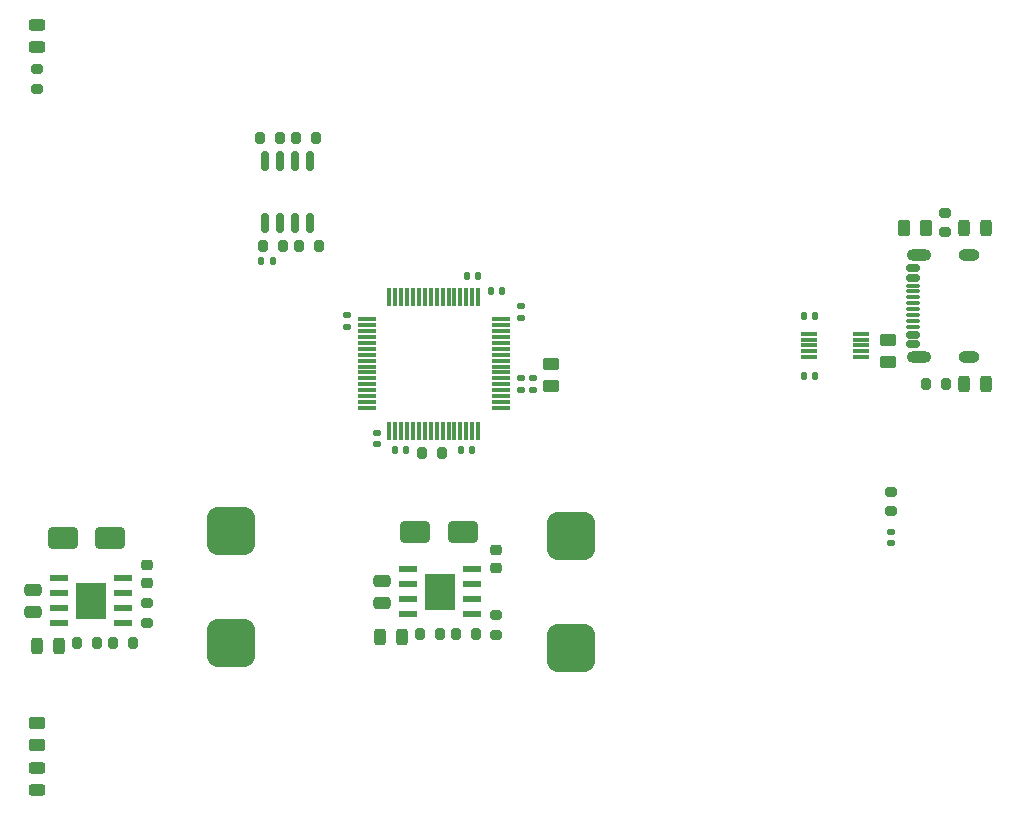
<source format=gbr>
%TF.GenerationSoftware,KiCad,Pcbnew,7.0.9*%
%TF.CreationDate,2025-01-29T15:25:45+09:00*%
%TF.ProjectId,01-MAIN,30312d4d-4149-44e2-9e6b-696361645f70,rev?*%
%TF.SameCoordinates,Original*%
%TF.FileFunction,Paste,Bot*%
%TF.FilePolarity,Positive*%
%FSLAX46Y46*%
G04 Gerber Fmt 4.6, Leading zero omitted, Abs format (unit mm)*
G04 Created by KiCad (PCBNEW 7.0.9) date 2025-01-29 15:25:45*
%MOMM*%
%LPD*%
G01*
G04 APERTURE LIST*
G04 Aperture macros list*
%AMRoundRect*
0 Rectangle with rounded corners*
0 $1 Rounding radius*
0 $2 $3 $4 $5 $6 $7 $8 $9 X,Y pos of 4 corners*
0 Add a 4 corners polygon primitive as box body*
4,1,4,$2,$3,$4,$5,$6,$7,$8,$9,$2,$3,0*
0 Add four circle primitives for the rounded corners*
1,1,$1+$1,$2,$3*
1,1,$1+$1,$4,$5*
1,1,$1+$1,$6,$7*
1,1,$1+$1,$8,$9*
0 Add four rect primitives between the rounded corners*
20,1,$1+$1,$2,$3,$4,$5,0*
20,1,$1+$1,$4,$5,$6,$7,0*
20,1,$1+$1,$6,$7,$8,$9,0*
20,1,$1+$1,$8,$9,$2,$3,0*%
G04 Aperture macros list end*
%ADD10RoundRect,0.243750X-0.456250X0.243750X-0.456250X-0.243750X0.456250X-0.243750X0.456250X0.243750X0*%
%ADD11RoundRect,0.140000X0.140000X0.170000X-0.140000X0.170000X-0.140000X-0.170000X0.140000X-0.170000X0*%
%ADD12R,1.550000X0.600000*%
%ADD13R,2.600000X3.100000*%
%ADD14RoundRect,0.140000X-0.170000X0.140000X-0.170000X-0.140000X0.170000X-0.140000X0.170000X0.140000X0*%
%ADD15RoundRect,0.243750X0.243750X0.456250X-0.243750X0.456250X-0.243750X-0.456250X0.243750X-0.456250X0*%
%ADD16RoundRect,0.225000X0.250000X-0.225000X0.250000X0.225000X-0.250000X0.225000X-0.250000X-0.225000X0*%
%ADD17RoundRect,0.243750X-0.243750X-0.456250X0.243750X-0.456250X0.243750X0.456250X-0.243750X0.456250X0*%
%ADD18RoundRect,0.250000X0.450000X-0.262500X0.450000X0.262500X-0.450000X0.262500X-0.450000X-0.262500X0*%
%ADD19R,1.400000X0.300000*%
%ADD20RoundRect,0.200000X-0.200000X-0.275000X0.200000X-0.275000X0.200000X0.275000X-0.200000X0.275000X0*%
%ADD21RoundRect,0.250000X0.262500X0.450000X-0.262500X0.450000X-0.262500X-0.450000X0.262500X-0.450000X0*%
%ADD22RoundRect,0.200000X0.275000X-0.200000X0.275000X0.200000X-0.275000X0.200000X-0.275000X-0.200000X0*%
%ADD23RoundRect,0.200000X-0.275000X0.200000X-0.275000X-0.200000X0.275000X-0.200000X0.275000X0.200000X0*%
%ADD24RoundRect,1.025000X1.025000X-1.025000X1.025000X1.025000X-1.025000X1.025000X-1.025000X-1.025000X0*%
%ADD25O,1.800000X1.000000*%
%ADD26O,2.100000X1.000000*%
%ADD27RoundRect,0.150000X-0.425000X0.150000X-0.425000X-0.150000X0.425000X-0.150000X0.425000X0.150000X0*%
%ADD28RoundRect,0.075000X-0.500000X0.075000X-0.500000X-0.075000X0.500000X-0.075000X0.500000X0.075000X0*%
%ADD29RoundRect,0.200000X0.200000X0.275000X-0.200000X0.275000X-0.200000X-0.275000X0.200000X-0.275000X0*%
%ADD30RoundRect,0.075000X0.700000X0.075000X-0.700000X0.075000X-0.700000X-0.075000X0.700000X-0.075000X0*%
%ADD31RoundRect,0.075000X0.075000X0.700000X-0.075000X0.700000X-0.075000X-0.700000X0.075000X-0.700000X0*%
%ADD32RoundRect,0.140000X-0.140000X-0.170000X0.140000X-0.170000X0.140000X0.170000X-0.140000X0.170000X0*%
%ADD33RoundRect,0.250000X-0.475000X0.250000X-0.475000X-0.250000X0.475000X-0.250000X0.475000X0.250000X0*%
%ADD34RoundRect,0.150000X-0.150000X0.675000X-0.150000X-0.675000X0.150000X-0.675000X0.150000X0.675000X0*%
%ADD35RoundRect,0.250000X-0.450000X0.262500X-0.450000X-0.262500X0.450000X-0.262500X0.450000X0.262500X0*%
%ADD36RoundRect,0.140000X0.170000X-0.140000X0.170000X0.140000X-0.170000X0.140000X-0.170000X-0.140000X0*%
%ADD37RoundRect,0.250000X-1.000000X-0.650000X1.000000X-0.650000X1.000000X0.650000X-1.000000X0.650000X0*%
%ADD38RoundRect,0.243750X0.456250X-0.243750X0.456250X0.243750X-0.456250X0.243750X-0.456250X-0.243750X0*%
G04 APERTURE END LIST*
D10*
%TO.C,D2*%
X118745000Y-127967500D03*
X118745000Y-129842500D03*
%TD*%
D11*
%TO.C,C12*%
X184601000Y-89688000D03*
X183641000Y-89688000D03*
%TD*%
D12*
%TO.C,U8*%
X125982000Y-111928000D03*
X125982000Y-113198000D03*
X125982000Y-114468000D03*
X125982000Y-115738000D03*
X120582000Y-115738000D03*
X120582000Y-114468000D03*
X120582000Y-113198000D03*
X120582000Y-111928000D03*
D13*
X123282000Y-113833000D03*
%TD*%
D14*
%TO.C,C10*%
X159679000Y-95016000D03*
X159679000Y-95976000D03*
%TD*%
D15*
%TO.C,D7*%
X149636500Y-116916000D03*
X147761500Y-116916000D03*
%TD*%
D16*
%TO.C,C17*%
X128016000Y-112344000D03*
X128016000Y-110794000D03*
%TD*%
D17*
%TO.C,D4*%
X197211500Y-95486000D03*
X199086500Y-95486000D03*
%TD*%
D18*
%TO.C,R9*%
X190754000Y-93622500D03*
X190754000Y-91797500D03*
%TD*%
D19*
%TO.C,U6*%
X188468000Y-91218000D03*
X188468000Y-91718000D03*
X188468000Y-92218000D03*
X188468000Y-92718000D03*
X188468000Y-93218000D03*
X184068000Y-93218000D03*
X184068000Y-92718000D03*
X184068000Y-92218000D03*
X184068000Y-91718000D03*
X184068000Y-91218000D03*
%TD*%
D20*
%TO.C,R18*%
X122111000Y-117411000D03*
X123761000Y-117411000D03*
%TD*%
D12*
%TO.C,U7*%
X155555000Y-111179000D03*
X155555000Y-112449000D03*
X155555000Y-113719000D03*
X155555000Y-114989000D03*
X150155000Y-114989000D03*
X150155000Y-113719000D03*
X150155000Y-112449000D03*
X150155000Y-111179000D03*
D13*
X152855000Y-113084000D03*
%TD*%
D21*
%TO.C,R11*%
X193952500Y-82296000D03*
X192127500Y-82296000D03*
%TD*%
D22*
%TO.C,R7*%
X118745000Y-70485000D03*
X118745000Y-68835000D03*
%TD*%
D11*
%TO.C,C4*%
X155587000Y-101084000D03*
X154627000Y-101084000D03*
%TD*%
D20*
%TO.C,R17*%
X151176000Y-116662000D03*
X152826000Y-116662000D03*
%TD*%
D23*
%TO.C,R15*%
X128016000Y-114046000D03*
X128016000Y-115696000D03*
%TD*%
D20*
%TO.C,R1*%
X140653000Y-74676000D03*
X142303000Y-74676000D03*
%TD*%
%TO.C,R4*%
X137859000Y-83820000D03*
X139509000Y-83820000D03*
%TD*%
D24*
%TO.C,L2*%
X135128000Y-107911000D03*
X135128000Y-117411000D03*
%TD*%
D25*
%TO.C,J4*%
X197612000Y-84580000D03*
D26*
X193432000Y-84580000D03*
D25*
X197612000Y-93220000D03*
D26*
X193432000Y-93220000D03*
D27*
X192857000Y-85700000D03*
X192857000Y-86500000D03*
D28*
X192857000Y-87650000D03*
X192857000Y-88650000D03*
X192857000Y-89150000D03*
X192857000Y-90150000D03*
D27*
X192857000Y-91300000D03*
X192857000Y-92100000D03*
X192857000Y-92100000D03*
X192857000Y-91300000D03*
D28*
X192857000Y-90650000D03*
X192857000Y-89650000D03*
X192857000Y-88150000D03*
X192857000Y-87150000D03*
D27*
X192857000Y-86500000D03*
X192857000Y-85700000D03*
%TD*%
D29*
%TO.C,R3*%
X139255000Y-74676000D03*
X137605000Y-74676000D03*
%TD*%
D30*
%TO.C,U1*%
X157988000Y-90004000D03*
X157988000Y-90504000D03*
X157988000Y-91004000D03*
X157988000Y-91504000D03*
X157988000Y-92004000D03*
X157988000Y-92504000D03*
X157988000Y-93004000D03*
X157988000Y-93504000D03*
X157988000Y-94004000D03*
X157988000Y-94504000D03*
X157988000Y-95004000D03*
X157988000Y-95504000D03*
X157988000Y-96004000D03*
X157988000Y-96504000D03*
X157988000Y-97004000D03*
X157988000Y-97504000D03*
D31*
X156063000Y-99429000D03*
X155563000Y-99429000D03*
X155063000Y-99429000D03*
X154563000Y-99429000D03*
X154063000Y-99429000D03*
X153563000Y-99429000D03*
X153063000Y-99429000D03*
X152563000Y-99429000D03*
X152063000Y-99429000D03*
X151563000Y-99429000D03*
X151063000Y-99429000D03*
X150563000Y-99429000D03*
X150063000Y-99429000D03*
X149563000Y-99429000D03*
X149063000Y-99429000D03*
X148563000Y-99429000D03*
D30*
X146638000Y-97504000D03*
X146638000Y-97004000D03*
X146638000Y-96504000D03*
X146638000Y-96004000D03*
X146638000Y-95504000D03*
X146638000Y-95004000D03*
X146638000Y-94504000D03*
X146638000Y-94004000D03*
X146638000Y-93504000D03*
X146638000Y-93004000D03*
X146638000Y-92504000D03*
X146638000Y-92004000D03*
X146638000Y-91504000D03*
X146638000Y-91004000D03*
X146638000Y-90504000D03*
X146638000Y-90004000D03*
D31*
X148563000Y-88079000D03*
X149063000Y-88079000D03*
X149563000Y-88079000D03*
X150063000Y-88079000D03*
X150563000Y-88079000D03*
X151063000Y-88079000D03*
X151563000Y-88079000D03*
X152063000Y-88079000D03*
X152563000Y-88079000D03*
X153063000Y-88079000D03*
X153563000Y-88079000D03*
X154063000Y-88079000D03*
X154563000Y-88079000D03*
X155063000Y-88079000D03*
X155563000Y-88079000D03*
X156063000Y-88079000D03*
%TD*%
D29*
%TO.C,R14*%
X155874000Y-116662000D03*
X154224000Y-116662000D03*
%TD*%
D14*
%TO.C,C11*%
X160695000Y-95016000D03*
X160695000Y-95976000D03*
%TD*%
D32*
%TO.C,C9*%
X137724000Y-85090000D03*
X138684000Y-85090000D03*
%TD*%
D20*
%TO.C,R6*%
X151321000Y-101346000D03*
X152971000Y-101346000D03*
%TD*%
D33*
%TO.C,C15*%
X118364000Y-112905000D03*
X118364000Y-114805000D03*
%TD*%
D17*
%TO.C,D3*%
X197211500Y-82278000D03*
X199086500Y-82278000D03*
%TD*%
D34*
%TO.C,U2*%
X138049000Y-76623000D03*
X139319000Y-76623000D03*
X140589000Y-76623000D03*
X141859000Y-76623000D03*
X141859000Y-81873000D03*
X140589000Y-81873000D03*
X139319000Y-81873000D03*
X138049000Y-81873000D03*
%TD*%
D23*
%TO.C,R13*%
X157589000Y-115075000D03*
X157589000Y-116725000D03*
%TD*%
D33*
%TO.C,C14*%
X147937000Y-112156000D03*
X147937000Y-114056000D03*
%TD*%
D35*
%TO.C,R8*%
X118745000Y-124182500D03*
X118745000Y-126007500D03*
%TD*%
D15*
%TO.C,D8*%
X120571500Y-117665000D03*
X118696500Y-117665000D03*
%TD*%
D16*
%TO.C,C16*%
X157589000Y-111087000D03*
X157589000Y-109537000D03*
%TD*%
D36*
%TO.C,C5*%
X147487000Y-100576000D03*
X147487000Y-99616000D03*
%TD*%
D23*
%TO.C,R2*%
X191008000Y-104585000D03*
X191008000Y-106235000D03*
%TD*%
D29*
%TO.C,R12*%
X195672000Y-95486000D03*
X194022000Y-95486000D03*
%TD*%
D32*
%TO.C,C13*%
X183641000Y-94768000D03*
X184601000Y-94768000D03*
%TD*%
D22*
%TO.C,R10*%
X195580000Y-82613000D03*
X195580000Y-80963000D03*
%TD*%
D29*
%TO.C,R16*%
X126809000Y-117411000D03*
X125159000Y-117411000D03*
%TD*%
D36*
%TO.C,C6*%
X144947000Y-90642000D03*
X144947000Y-89682000D03*
%TD*%
D14*
%TO.C,C1*%
X191000000Y-108000000D03*
X191000000Y-108960000D03*
%TD*%
D37*
%TO.C,D6*%
X120936000Y-108521000D03*
X124936000Y-108521000D03*
%TD*%
D29*
%TO.C,R5*%
X142557000Y-83820000D03*
X140907000Y-83820000D03*
%TD*%
D37*
%TO.C,D5*%
X150763000Y-108026000D03*
X154763000Y-108026000D03*
%TD*%
D32*
%TO.C,C8*%
X155135000Y-86352000D03*
X156095000Y-86352000D03*
%TD*%
D11*
%TO.C,C2*%
X149999000Y-101084000D03*
X149039000Y-101084000D03*
%TD*%
D14*
%TO.C,C3*%
X159679000Y-88920000D03*
X159679000Y-89880000D03*
%TD*%
D35*
%TO.C,FB1*%
X162219000Y-93821500D03*
X162219000Y-95646500D03*
%TD*%
D24*
%TO.C,L1*%
X163939000Y-108356000D03*
X163939000Y-117856000D03*
%TD*%
D32*
%TO.C,C7*%
X157167000Y-87622000D03*
X158127000Y-87622000D03*
%TD*%
D38*
%TO.C,D1*%
X118745000Y-66977500D03*
X118745000Y-65102500D03*
%TD*%
M02*

</source>
